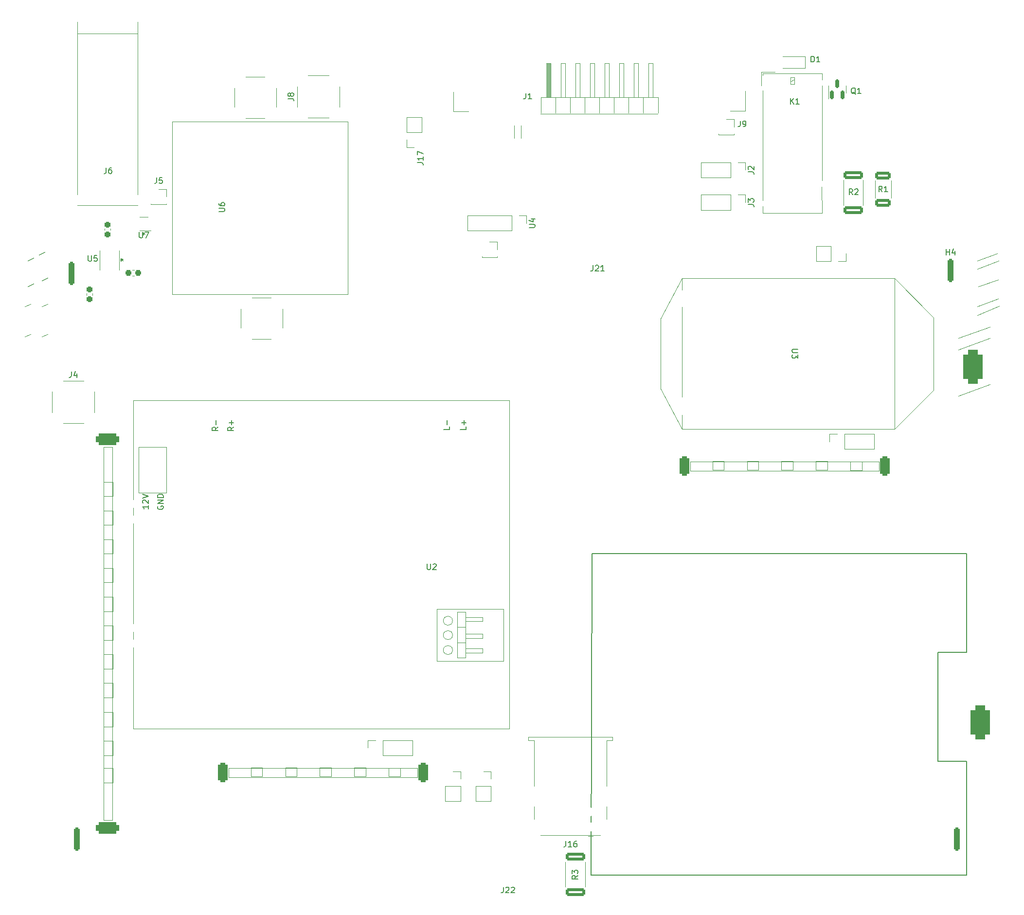
<source format=gto>
G04 #@! TF.GenerationSoftware,KiCad,Pcbnew,(6.0.1)*
G04 #@! TF.CreationDate,2022-06-09T14:04:08-07:00*
G04 #@! TF.ProjectId,Motherboard_edgeCutsVer,4d6f7468-6572-4626-9f61-72645f656467,rev?*
G04 #@! TF.SameCoordinates,Original*
G04 #@! TF.FileFunction,Legend,Top*
G04 #@! TF.FilePolarity,Positive*
%FSLAX46Y46*%
G04 Gerber Fmt 4.6, Leading zero omitted, Abs format (unit mm)*
G04 Created by KiCad (PCBNEW (6.0.1)) date 2022-06-09 14:04:08*
%MOMM*%
%LPD*%
G01*
G04 APERTURE LIST*
G04 Aperture macros list*
%AMRoundRect*
0 Rectangle with rounded corners*
0 $1 Rounding radius*
0 $2 $3 $4 $5 $6 $7 $8 $9 X,Y pos of 4 corners*
0 Add a 4 corners polygon primitive as box body*
4,1,4,$2,$3,$4,$5,$6,$7,$8,$9,$2,$3,0*
0 Add four circle primitives for the rounded corners*
1,1,$1+$1,$2,$3*
1,1,$1+$1,$4,$5*
1,1,$1+$1,$6,$7*
1,1,$1+$1,$8,$9*
0 Add four rect primitives between the rounded corners*
20,1,$1+$1,$2,$3,$4,$5,0*
20,1,$1+$1,$4,$5,$6,$7,0*
20,1,$1+$1,$6,$7,$8,$9,0*
20,1,$1+$1,$8,$9,$2,$3,0*%
G04 Aperture macros list end*
%ADD10C,0.150000*%
%ADD11C,0.120000*%
%ADD12C,0.100000*%
%ADD13R,1.700000X1.700000*%
%ADD14C,2.050000*%
%ADD15C,2.250000*%
%ADD16R,2.500000X2.500000*%
%ADD17O,2.500000X2.500000*%
%ADD18RoundRect,0.237500X-0.300000X-0.237500X0.300000X-0.237500X0.300000X0.237500X-0.300000X0.237500X0*%
%ADD19O,1.700000X1.700000*%
%ADD20C,5.000000*%
%ADD21RoundRect,0.500000X1.500000X-0.500000X1.500000X0.500000X-1.500000X0.500000X-1.500000X-0.500000X0*%
%ADD22C,1.524000*%
%ADD23C,3.300000*%
%ADD24C,2.500000*%
%ADD25RoundRect,0.850000X-0.850000X-2.150000X0.850000X-2.150000X0.850000X2.150000X-0.850000X2.150000X0*%
%ADD26O,7.000000X3.500000*%
%ADD27O,7.300000X3.500000*%
%ADD28C,4.500000*%
%ADD29RoundRect,0.415500X0.415500X-1.315500X0.415500X1.315500X-0.415500X1.315500X-0.415500X-1.315500X0*%
%ADD30RoundRect,0.850000X0.850000X2.150000X-0.850000X2.150000X-0.850000X-2.150000X0.850000X-2.150000X0*%
%ADD31C,3.100000*%
%ADD32C,3.000000*%
%ADD33RoundRect,0.250000X-0.250000X-1.750000X0.250000X-1.750000X0.250000X1.750000X-0.250000X1.750000X0*%
%ADD34C,20.000000*%
%ADD35R,1.524000X1.524000*%
%ADD36RoundRect,0.237500X-0.237500X0.300000X-0.237500X-0.300000X0.237500X-0.300000X0.237500X0.300000X0*%
%ADD37R,1.500000X1.500000*%
%ADD38C,1.500000*%
%ADD39C,3.500000*%
%ADD40RoundRect,0.249999X1.425001X-0.450001X1.425001X0.450001X-1.425001X0.450001X-1.425001X-0.450001X0*%
%ADD41C,7.000000*%
%ADD42R,1.100000X1.100000*%
%ADD43RoundRect,0.249999X1.075001X-0.450001X1.075001X0.450001X-1.075001X0.450001X-1.075001X-0.450001X0*%
%ADD44R,0.431800X1.346200*%
%ADD45R,2.413000X1.778000*%
%ADD46R,1.500000X0.400000*%
%ADD47R,2.000000X2.500000*%
%ADD48RoundRect,0.150000X0.150000X-0.587500X0.150000X0.587500X-0.150000X0.587500X-0.150000X-0.587500X0*%
G04 APERTURE END LIST*
D10*
X289800000Y-145500000D02*
X289800000Y-162700000D01*
X289800000Y-181700000D02*
X289800000Y-201500000D01*
X224600000Y-145500000D02*
X289800000Y-145500000D01*
X224500000Y-201500000D02*
X224600000Y-145500000D01*
X289800000Y-201500000D02*
X224500000Y-201500000D01*
X284800000Y-162700000D02*
X284800000Y-181700000D01*
X289800000Y-162700000D02*
X284800000Y-162700000D01*
X284800000Y-181700000D02*
X289800000Y-181700000D01*
X171702380Y-66333333D02*
X172416666Y-66333333D01*
X172559523Y-66380952D01*
X172654761Y-66476190D01*
X172702380Y-66619047D01*
X172702380Y-66714285D01*
X172130952Y-65714285D02*
X172083333Y-65809523D01*
X172035714Y-65857142D01*
X171940476Y-65904761D01*
X171892857Y-65904761D01*
X171797619Y-65857142D01*
X171750000Y-65809523D01*
X171702380Y-65714285D01*
X171702380Y-65523809D01*
X171750000Y-65428571D01*
X171797619Y-65380952D01*
X171892857Y-65333333D01*
X171940476Y-65333333D01*
X172035714Y-65380952D01*
X172083333Y-65428571D01*
X172130952Y-65523809D01*
X172130952Y-65714285D01*
X172178571Y-65809523D01*
X172226190Y-65857142D01*
X172321428Y-65904761D01*
X172511904Y-65904761D01*
X172607142Y-65857142D01*
X172654761Y-65809523D01*
X172702380Y-65714285D01*
X172702380Y-65523809D01*
X172654761Y-65428571D01*
X172607142Y-65380952D01*
X172511904Y-65333333D01*
X172321428Y-65333333D01*
X172226190Y-65380952D01*
X172178571Y-65428571D01*
X172130952Y-65523809D01*
X259161904Y-67252380D02*
X259161904Y-66252380D01*
X259733333Y-67252380D02*
X259304761Y-66680952D01*
X259733333Y-66252380D02*
X259161904Y-66823809D01*
X260685714Y-67252380D02*
X260114285Y-67252380D01*
X260400000Y-67252380D02*
X260400000Y-66252380D01*
X260304761Y-66395238D01*
X260209523Y-66490476D01*
X260114285Y-66538095D01*
X224785476Y-95344880D02*
X224785476Y-96059166D01*
X224737857Y-96202023D01*
X224642619Y-96297261D01*
X224499761Y-96344880D01*
X224404523Y-96344880D01*
X225214047Y-95440119D02*
X225261666Y-95392500D01*
X225356904Y-95344880D01*
X225595000Y-95344880D01*
X225690238Y-95392500D01*
X225737857Y-95440119D01*
X225785476Y-95535357D01*
X225785476Y-95630595D01*
X225737857Y-95773452D01*
X225166428Y-96344880D01*
X225785476Y-96344880D01*
X226737857Y-96344880D02*
X226166428Y-96344880D01*
X226452142Y-96344880D02*
X226452142Y-95344880D01*
X226356904Y-95487738D01*
X226261666Y-95582976D01*
X226166428Y-95630595D01*
X140066666Y-78352380D02*
X140066666Y-79066666D01*
X140019047Y-79209523D01*
X139923809Y-79304761D01*
X139780952Y-79352380D01*
X139685714Y-79352380D01*
X140971428Y-78352380D02*
X140780952Y-78352380D01*
X140685714Y-78400000D01*
X140638095Y-78447619D01*
X140542857Y-78590476D01*
X140495238Y-78780952D01*
X140495238Y-79161904D01*
X140542857Y-79257142D01*
X140590476Y-79304761D01*
X140685714Y-79352380D01*
X140876190Y-79352380D01*
X140971428Y-79304761D01*
X141019047Y-79257142D01*
X141066666Y-79161904D01*
X141066666Y-78923809D01*
X141019047Y-78828571D01*
X140971428Y-78780952D01*
X140876190Y-78733333D01*
X140685714Y-78733333D01*
X140590476Y-78780952D01*
X140542857Y-78828571D01*
X140495238Y-78923809D01*
X134032666Y-113828380D02*
X134032666Y-114542666D01*
X133985047Y-114685523D01*
X133889809Y-114780761D01*
X133746952Y-114828380D01*
X133651714Y-114828380D01*
X134937428Y-114161714D02*
X134937428Y-114828380D01*
X134699333Y-113780761D02*
X134461238Y-114495047D01*
X135080285Y-114495047D01*
X251782380Y-79083333D02*
X252496666Y-79083333D01*
X252639523Y-79130952D01*
X252734761Y-79226190D01*
X252782380Y-79369047D01*
X252782380Y-79464285D01*
X251877619Y-78654761D02*
X251830000Y-78607142D01*
X251782380Y-78511904D01*
X251782380Y-78273809D01*
X251830000Y-78178571D01*
X251877619Y-78130952D01*
X251972857Y-78083333D01*
X252068095Y-78083333D01*
X252210952Y-78130952D01*
X252782380Y-78702380D01*
X252782380Y-78083333D01*
X209190476Y-203552380D02*
X209190476Y-204266666D01*
X209142857Y-204409523D01*
X209047619Y-204504761D01*
X208904761Y-204552380D01*
X208809523Y-204552380D01*
X209619047Y-203647619D02*
X209666666Y-203600000D01*
X209761904Y-203552380D01*
X210000000Y-203552380D01*
X210095238Y-203600000D01*
X210142857Y-203647619D01*
X210190476Y-203742857D01*
X210190476Y-203838095D01*
X210142857Y-203980952D01*
X209571428Y-204552380D01*
X210190476Y-204552380D01*
X210571428Y-203647619D02*
X210619047Y-203600000D01*
X210714285Y-203552380D01*
X210952380Y-203552380D01*
X211047619Y-203600000D01*
X211095238Y-203647619D01*
X211142857Y-203742857D01*
X211142857Y-203838095D01*
X211095238Y-203980952D01*
X210523809Y-204552380D01*
X211142857Y-204552380D01*
X260447619Y-109938095D02*
X259638095Y-109938095D01*
X259542857Y-109985714D01*
X259495238Y-110033333D01*
X259447619Y-110128571D01*
X259447619Y-110319047D01*
X259495238Y-110414285D01*
X259542857Y-110461904D01*
X259638095Y-110509523D01*
X260447619Y-110509523D01*
X260447619Y-110890476D02*
X260447619Y-111509523D01*
X260066666Y-111176190D01*
X260066666Y-111319047D01*
X260019047Y-111414285D01*
X259971428Y-111461904D01*
X259876190Y-111509523D01*
X259638095Y-111509523D01*
X259542857Y-111461904D01*
X259495238Y-111414285D01*
X259447619Y-111319047D01*
X259447619Y-111033333D01*
X259495238Y-110938095D01*
X259542857Y-110890476D01*
X195943095Y-147302380D02*
X195943095Y-148111904D01*
X195990714Y-148207142D01*
X196038333Y-148254761D01*
X196133571Y-148302380D01*
X196324047Y-148302380D01*
X196419285Y-148254761D01*
X196466904Y-148207142D01*
X196514523Y-148111904D01*
X196514523Y-147302380D01*
X196943095Y-147397619D02*
X196990714Y-147350000D01*
X197085952Y-147302380D01*
X197324047Y-147302380D01*
X197419285Y-147350000D01*
X197466904Y-147397619D01*
X197514523Y-147492857D01*
X197514523Y-147588095D01*
X197466904Y-147730952D01*
X196895476Y-148302380D01*
X197514523Y-148302380D01*
X202707380Y-123414523D02*
X202707380Y-123890714D01*
X201707380Y-123890714D01*
X202326428Y-123081190D02*
X202326428Y-122319285D01*
X202707380Y-122700238D02*
X201945476Y-122700238D01*
X147407380Y-137124047D02*
X147407380Y-137695476D01*
X147407380Y-137409761D02*
X146407380Y-137409761D01*
X146550238Y-137505000D01*
X146645476Y-137600238D01*
X146693095Y-137695476D01*
X146502619Y-136743095D02*
X146455000Y-136695476D01*
X146407380Y-136600238D01*
X146407380Y-136362142D01*
X146455000Y-136266904D01*
X146502619Y-136219285D01*
X146597857Y-136171666D01*
X146693095Y-136171666D01*
X146835952Y-136219285D01*
X147407380Y-136790714D01*
X147407380Y-136171666D01*
X146407380Y-135885952D02*
X147407380Y-135552619D01*
X146407380Y-135219285D01*
X199807380Y-123414523D02*
X199807380Y-123890714D01*
X198807380Y-123890714D01*
X199426428Y-123081190D02*
X199426428Y-122319285D01*
X149055000Y-137266904D02*
X149007380Y-137362142D01*
X149007380Y-137505000D01*
X149055000Y-137647857D01*
X149150238Y-137743095D01*
X149245476Y-137790714D01*
X149435952Y-137838333D01*
X149578809Y-137838333D01*
X149769285Y-137790714D01*
X149864523Y-137743095D01*
X149959761Y-137647857D01*
X150007380Y-137505000D01*
X150007380Y-137409761D01*
X149959761Y-137266904D01*
X149912142Y-137219285D01*
X149578809Y-137219285D01*
X149578809Y-137409761D01*
X150007380Y-136790714D02*
X149007380Y-136790714D01*
X150007380Y-136219285D01*
X149007380Y-136219285D01*
X150007380Y-135743095D02*
X149007380Y-135743095D01*
X149007380Y-135505000D01*
X149055000Y-135362142D01*
X149150238Y-135266904D01*
X149245476Y-135219285D01*
X149435952Y-135171666D01*
X149578809Y-135171666D01*
X149769285Y-135219285D01*
X149864523Y-135266904D01*
X149959761Y-135362142D01*
X150007380Y-135505000D01*
X150007380Y-135743095D01*
X162247380Y-123514523D02*
X161771190Y-123847857D01*
X162247380Y-124085952D02*
X161247380Y-124085952D01*
X161247380Y-123705000D01*
X161295000Y-123609761D01*
X161342619Y-123562142D01*
X161437857Y-123514523D01*
X161580714Y-123514523D01*
X161675952Y-123562142D01*
X161723571Y-123609761D01*
X161771190Y-123705000D01*
X161771190Y-124085952D01*
X161866428Y-123085952D02*
X161866428Y-122324047D01*
X162247380Y-122705000D02*
X161485476Y-122705000D01*
X159547380Y-123514523D02*
X159071190Y-123847857D01*
X159547380Y-124085952D02*
X158547380Y-124085952D01*
X158547380Y-123705000D01*
X158595000Y-123609761D01*
X158642619Y-123562142D01*
X158737857Y-123514523D01*
X158880714Y-123514523D01*
X158975952Y-123562142D01*
X159023571Y-123609761D01*
X159071190Y-123705000D01*
X159071190Y-124085952D01*
X159166428Y-123085952D02*
X159166428Y-122324047D01*
X250416666Y-70202380D02*
X250416666Y-70916666D01*
X250369047Y-71059523D01*
X250273809Y-71154761D01*
X250130952Y-71202380D01*
X250035714Y-71202380D01*
X250940476Y-71202380D02*
X251130952Y-71202380D01*
X251226190Y-71154761D01*
X251273809Y-71107142D01*
X251369047Y-70964285D01*
X251416666Y-70773809D01*
X251416666Y-70392857D01*
X251369047Y-70297619D01*
X251321428Y-70250000D01*
X251226190Y-70202380D01*
X251035714Y-70202380D01*
X250940476Y-70250000D01*
X250892857Y-70297619D01*
X250845238Y-70392857D01*
X250845238Y-70630952D01*
X250892857Y-70726190D01*
X250940476Y-70773809D01*
X251035714Y-70821428D01*
X251226190Y-70821428D01*
X251321428Y-70773809D01*
X251369047Y-70726190D01*
X251416666Y-70630952D01*
X220070476Y-195552380D02*
X220070476Y-196266666D01*
X220022857Y-196409523D01*
X219927619Y-196504761D01*
X219784761Y-196552380D01*
X219689523Y-196552380D01*
X221070476Y-196552380D02*
X220499047Y-196552380D01*
X220784761Y-196552380D02*
X220784761Y-195552380D01*
X220689523Y-195695238D01*
X220594285Y-195790476D01*
X220499047Y-195838095D01*
X221927619Y-195552380D02*
X221737142Y-195552380D01*
X221641904Y-195600000D01*
X221594285Y-195647619D01*
X221499047Y-195790476D01*
X221451428Y-195980952D01*
X221451428Y-196361904D01*
X221499047Y-196457142D01*
X221546666Y-196504761D01*
X221641904Y-196552380D01*
X221832380Y-196552380D01*
X221927619Y-196504761D01*
X221975238Y-196457142D01*
X222022857Y-196361904D01*
X222022857Y-196123809D01*
X221975238Y-196028571D01*
X221927619Y-195980952D01*
X221832380Y-195933333D01*
X221641904Y-195933333D01*
X221546666Y-195980952D01*
X221499047Y-196028571D01*
X221451428Y-196123809D01*
X148866666Y-80082380D02*
X148866666Y-80796666D01*
X148819047Y-80939523D01*
X148723809Y-81034761D01*
X148580952Y-81082380D01*
X148485714Y-81082380D01*
X149819047Y-80082380D02*
X149342857Y-80082380D01*
X149295238Y-80558571D01*
X149342857Y-80510952D01*
X149438095Y-80463333D01*
X149676190Y-80463333D01*
X149771428Y-80510952D01*
X149819047Y-80558571D01*
X149866666Y-80653809D01*
X149866666Y-80891904D01*
X149819047Y-80987142D01*
X149771428Y-81034761D01*
X149676190Y-81082380D01*
X149438095Y-81082380D01*
X149342857Y-81034761D01*
X149295238Y-80987142D01*
X269983333Y-83052380D02*
X269650000Y-82576190D01*
X269411904Y-83052380D02*
X269411904Y-82052380D01*
X269792857Y-82052380D01*
X269888095Y-82100000D01*
X269935714Y-82147619D01*
X269983333Y-82242857D01*
X269983333Y-82385714D01*
X269935714Y-82480952D01*
X269888095Y-82528571D01*
X269792857Y-82576190D01*
X269411904Y-82576190D01*
X270364285Y-82147619D02*
X270411904Y-82100000D01*
X270507142Y-82052380D01*
X270745238Y-82052380D01*
X270840476Y-82100000D01*
X270888095Y-82147619D01*
X270935714Y-82242857D01*
X270935714Y-82338095D01*
X270888095Y-82480952D01*
X270316666Y-83052380D01*
X270935714Y-83052380D01*
X213096666Y-65379880D02*
X213096666Y-66094166D01*
X213049047Y-66237023D01*
X212953809Y-66332261D01*
X212810952Y-66379880D01*
X212715714Y-66379880D01*
X214096666Y-66379880D02*
X213525238Y-66379880D01*
X213810952Y-66379880D02*
X213810952Y-65379880D01*
X213715714Y-65522738D01*
X213620476Y-65617976D01*
X213525238Y-65665595D01*
X222162380Y-201556666D02*
X221686190Y-201890000D01*
X222162380Y-202128095D02*
X221162380Y-202128095D01*
X221162380Y-201747142D01*
X221210000Y-201651904D01*
X221257619Y-201604285D01*
X221352857Y-201556666D01*
X221495714Y-201556666D01*
X221590952Y-201604285D01*
X221638571Y-201651904D01*
X221686190Y-201747142D01*
X221686190Y-202128095D01*
X221162380Y-201223333D02*
X221162380Y-200604285D01*
X221543333Y-200937619D01*
X221543333Y-200794761D01*
X221590952Y-200699523D01*
X221638571Y-200651904D01*
X221733809Y-200604285D01*
X221971904Y-200604285D01*
X222067142Y-200651904D01*
X222114761Y-200699523D01*
X222162380Y-200794761D01*
X222162380Y-201080476D01*
X222114761Y-201175714D01*
X222067142Y-201223333D01*
X262761904Y-59952380D02*
X262761904Y-58952380D01*
X263000000Y-58952380D01*
X263142857Y-59000000D01*
X263238095Y-59095238D01*
X263285714Y-59190476D01*
X263333333Y-59380952D01*
X263333333Y-59523809D01*
X263285714Y-59714285D01*
X263238095Y-59809523D01*
X263142857Y-59904761D01*
X263000000Y-59952380D01*
X262761904Y-59952380D01*
X264285714Y-59952380D02*
X263714285Y-59952380D01*
X264000000Y-59952380D02*
X264000000Y-58952380D01*
X263904761Y-59095238D01*
X263809523Y-59190476D01*
X263714285Y-59238095D01*
X251782380Y-84733333D02*
X252496666Y-84733333D01*
X252639523Y-84780952D01*
X252734761Y-84876190D01*
X252782380Y-85019047D01*
X252782380Y-85114285D01*
X251782380Y-84352380D02*
X251782380Y-83733333D01*
X252163333Y-84066666D01*
X252163333Y-83923809D01*
X252210952Y-83828571D01*
X252258571Y-83780952D01*
X252353809Y-83733333D01*
X252591904Y-83733333D01*
X252687142Y-83780952D01*
X252734761Y-83828571D01*
X252782380Y-83923809D01*
X252782380Y-84209523D01*
X252734761Y-84304761D01*
X252687142Y-84352380D01*
X275133333Y-82552380D02*
X274800000Y-82076190D01*
X274561904Y-82552380D02*
X274561904Y-81552380D01*
X274942857Y-81552380D01*
X275038095Y-81600000D01*
X275085714Y-81647619D01*
X275133333Y-81742857D01*
X275133333Y-81885714D01*
X275085714Y-81980952D01*
X275038095Y-82028571D01*
X274942857Y-82076190D01*
X274561904Y-82076190D01*
X276085714Y-82552380D02*
X275514285Y-82552380D01*
X275800000Y-82552380D02*
X275800000Y-81552380D01*
X275704761Y-81695238D01*
X275609523Y-81790476D01*
X275514285Y-81838095D01*
X136944095Y-93631595D02*
X136944095Y-94441119D01*
X136991714Y-94536357D01*
X137039333Y-94583976D01*
X137134571Y-94631595D01*
X137325047Y-94631595D01*
X137420285Y-94583976D01*
X137467904Y-94536357D01*
X137515523Y-94441119D01*
X137515523Y-93631595D01*
X138467904Y-93631595D02*
X137991714Y-93631595D01*
X137944095Y-94107786D01*
X137991714Y-94060167D01*
X138086952Y-94012548D01*
X138325047Y-94012548D01*
X138420285Y-94060167D01*
X138467904Y-94107786D01*
X138515523Y-94203024D01*
X138515523Y-94441119D01*
X138467904Y-94536357D01*
X138420285Y-94583976D01*
X138325047Y-94631595D01*
X138086952Y-94631595D01*
X137991714Y-94583976D01*
X137944095Y-94536357D01*
X142552380Y-94400000D02*
X142790476Y-94400000D01*
X142695238Y-94638095D02*
X142790476Y-94400000D01*
X142695238Y-94161904D01*
X142980952Y-94542857D02*
X142790476Y-94400000D01*
X142980952Y-94257142D01*
X286288095Y-93502380D02*
X286288095Y-92502380D01*
X286288095Y-92978571D02*
X286859523Y-92978571D01*
X286859523Y-93502380D02*
X286859523Y-92502380D01*
X287764285Y-92835714D02*
X287764285Y-93502380D01*
X287526190Y-92454761D02*
X287288095Y-93169047D01*
X287907142Y-93169047D01*
X213682380Y-88761904D02*
X214491904Y-88761904D01*
X214587142Y-88714285D01*
X214634761Y-88666666D01*
X214682380Y-88571428D01*
X214682380Y-88380952D01*
X214634761Y-88285714D01*
X214587142Y-88238095D01*
X214491904Y-88190476D01*
X213682380Y-88190476D01*
X214015714Y-87285714D02*
X214682380Y-87285714D01*
X213634761Y-87523809D02*
X214349047Y-87761904D01*
X214349047Y-87142857D01*
X145838095Y-89552380D02*
X145838095Y-90361904D01*
X145885714Y-90457142D01*
X145933333Y-90504761D01*
X146028571Y-90552380D01*
X146219047Y-90552380D01*
X146314285Y-90504761D01*
X146361904Y-90457142D01*
X146409523Y-90361904D01*
X146409523Y-89552380D01*
X146790476Y-89552380D02*
X147457142Y-89552380D01*
X147028571Y-90552380D01*
X146600000Y-90047619D02*
X146600000Y-89809523D01*
X146838095Y-89904761D02*
X146600000Y-89809523D01*
X146361904Y-89904761D01*
X146742857Y-89619047D02*
X146600000Y-89809523D01*
X146457142Y-89619047D01*
X194227380Y-77459523D02*
X194941666Y-77459523D01*
X195084523Y-77507142D01*
X195179761Y-77602380D01*
X195227380Y-77745238D01*
X195227380Y-77840476D01*
X195227380Y-76459523D02*
X195227380Y-77030952D01*
X195227380Y-76745238D02*
X194227380Y-76745238D01*
X194370238Y-76840476D01*
X194465476Y-76935714D01*
X194513095Y-77030952D01*
X194227380Y-76126190D02*
X194227380Y-75459523D01*
X195227380Y-75888095D01*
X159684380Y-85990904D02*
X160493904Y-85990904D01*
X160589142Y-85943285D01*
X160636761Y-85895666D01*
X160684380Y-85800428D01*
X160684380Y-85609952D01*
X160636761Y-85514714D01*
X160589142Y-85467095D01*
X160493904Y-85419476D01*
X159684380Y-85419476D01*
X159684380Y-84514714D02*
X159684380Y-84705190D01*
X159732000Y-84800428D01*
X159779619Y-84848047D01*
X159922476Y-84943285D01*
X160112952Y-84990904D01*
X160493904Y-84990904D01*
X160589142Y-84943285D01*
X160636761Y-84895666D01*
X160684380Y-84800428D01*
X160684380Y-84609952D01*
X160636761Y-84514714D01*
X160589142Y-84467095D01*
X160493904Y-84419476D01*
X160255809Y-84419476D01*
X160160571Y-84467095D01*
X160112952Y-84514714D01*
X160065333Y-84609952D01*
X160065333Y-84800428D01*
X160112952Y-84895666D01*
X160160571Y-84943285D01*
X160255809Y-84990904D01*
X270504761Y-65547619D02*
X270409523Y-65500000D01*
X270314285Y-65404761D01*
X270171428Y-65261904D01*
X270076190Y-65214285D01*
X269980952Y-65214285D01*
X270028571Y-65452380D02*
X269933333Y-65404761D01*
X269838095Y-65309523D01*
X269790476Y-65119047D01*
X269790476Y-64785714D01*
X269838095Y-64595238D01*
X269933333Y-64500000D01*
X270028571Y-64452380D01*
X270219047Y-64452380D01*
X270314285Y-64500000D01*
X270409523Y-64595238D01*
X270457142Y-64785714D01*
X270457142Y-65119047D01*
X270409523Y-65309523D01*
X270314285Y-65404761D01*
X270219047Y-65452380D01*
X270028571Y-65452380D01*
X271409523Y-65452380D02*
X270838095Y-65452380D01*
X271123809Y-65452380D02*
X271123809Y-64452380D01*
X271028571Y-64595238D01*
X270933333Y-64690476D01*
X270838095Y-64738095D01*
D11*
X208130000Y-93810000D02*
X208130000Y-93930000D01*
X206800000Y-91270000D02*
X208130000Y-91270000D01*
X205470000Y-93930000D02*
X208130000Y-93930000D01*
X208130000Y-91270000D02*
X208130000Y-92600000D01*
X205470000Y-93810000D02*
X205470000Y-93930000D01*
X175200000Y-69680000D02*
X178800000Y-69680000D01*
X175200000Y-62320000D02*
X178800000Y-62320000D01*
X173320000Y-67800000D02*
X173320000Y-64200000D01*
X180680000Y-67800000D02*
X180680000Y-64200000D01*
X254342500Y-64902500D02*
X254342500Y-84082500D01*
X254092500Y-61692500D02*
X256492500Y-61692500D01*
X264642500Y-61942500D02*
X264642500Y-63082500D01*
X264642500Y-86242500D02*
X254342500Y-86242500D01*
X254342500Y-86242500D02*
X254342500Y-85102500D01*
X259892500Y-63792500D02*
X259892500Y-62592500D01*
X264632500Y-81642500D02*
X264642500Y-86242500D01*
X259192500Y-63792500D02*
X259892500Y-63792500D01*
X254092500Y-64032500D02*
X254092500Y-61692500D01*
X264642500Y-61942500D02*
X254342500Y-61942500D01*
X254342500Y-61942500D02*
X254342500Y-62282500D01*
X259192500Y-63392500D02*
X259892500Y-62992500D01*
X264642500Y-64102500D02*
X264642500Y-80582500D01*
X259892500Y-62592500D02*
X259192500Y-62592500D01*
X259192500Y-62592500D02*
X259192500Y-63792500D01*
X144653733Y-97173454D02*
X144946267Y-97173454D01*
X144653733Y-96153454D02*
X144946267Y-96153454D01*
X268830000Y-94630000D02*
X267500000Y-94630000D01*
X263630000Y-91970000D02*
X263630000Y-94630000D01*
X266230000Y-91970000D02*
X266230000Y-94630000D01*
X266230000Y-91970000D02*
X263630000Y-91970000D01*
X266230000Y-94630000D02*
X263630000Y-94630000D01*
X268830000Y-93300000D02*
X268830000Y-94630000D01*
X139600000Y-150550000D02*
X141200000Y-150550000D01*
X141200000Y-150550000D02*
X141200000Y-148050000D01*
X141200000Y-148050000D02*
X139600000Y-148050000D01*
X139600000Y-148050000D02*
X139600000Y-150550000D01*
X139600000Y-155550000D02*
X141200000Y-155550000D01*
X141200000Y-155550000D02*
X141200000Y-153050000D01*
X141200000Y-153050000D02*
X139600000Y-153050000D01*
X139600000Y-153050000D02*
X139600000Y-155550000D01*
X139600000Y-135550000D02*
X141200000Y-135550000D01*
X141200000Y-135550000D02*
X141200000Y-133050000D01*
X141200000Y-133050000D02*
X139600000Y-133050000D01*
X139600000Y-133050000D02*
X139600000Y-135550000D01*
X139600000Y-145550000D02*
X141200000Y-145550000D01*
X141200000Y-145550000D02*
X141200000Y-143050000D01*
X141200000Y-143050000D02*
X139600000Y-143050000D01*
X139600000Y-143050000D02*
X139600000Y-145550000D01*
X139600000Y-170550000D02*
X141200000Y-170550000D01*
X141200000Y-170550000D02*
X141200000Y-168050000D01*
X141200000Y-168050000D02*
X139600000Y-168050000D01*
X139600000Y-168050000D02*
X139600000Y-170550000D01*
X139600000Y-175650000D02*
X141200000Y-175650000D01*
X141200000Y-175650000D02*
X141200000Y-173150000D01*
X141200000Y-173150000D02*
X139600000Y-173150000D01*
X139600000Y-173150000D02*
X139600000Y-175650000D01*
X139600000Y-140550000D02*
X141200000Y-140550000D01*
X141200000Y-140550000D02*
X141200000Y-138050000D01*
X141200000Y-138050000D02*
X139600000Y-138050000D01*
X139600000Y-138050000D02*
X139600000Y-140550000D01*
X141150000Y-191950000D02*
X139650000Y-191950000D01*
X139650000Y-191950000D02*
X139650000Y-126950000D01*
X139650000Y-126950000D02*
X141150000Y-126950000D01*
X141150000Y-126950000D02*
X141150000Y-191950000D01*
X139600000Y-160550000D02*
X141200000Y-160550000D01*
X141200000Y-160550000D02*
X141200000Y-158050000D01*
X141200000Y-158050000D02*
X139600000Y-158050000D01*
X139600000Y-158050000D02*
X139600000Y-160550000D01*
X139600000Y-185350000D02*
X141200000Y-185350000D01*
X141200000Y-185350000D02*
X141200000Y-182850000D01*
X141200000Y-182850000D02*
X139600000Y-182850000D01*
X139600000Y-182850000D02*
X139600000Y-185350000D01*
X139600000Y-180650000D02*
X141200000Y-180650000D01*
X141200000Y-180650000D02*
X141200000Y-178150000D01*
X141200000Y-178150000D02*
X139600000Y-178150000D01*
X139600000Y-178150000D02*
X139600000Y-180650000D01*
X139600000Y-165550000D02*
X141200000Y-165550000D01*
X141200000Y-165550000D02*
X141200000Y-163050000D01*
X141200000Y-163050000D02*
X139600000Y-163050000D01*
X139600000Y-163050000D02*
X139600000Y-165550000D01*
X288395000Y-108042500D02*
X293895000Y-106042500D01*
X129895000Y-102042500D02*
X128895000Y-102542500D01*
X127395000Y-94042500D02*
X126395000Y-94542500D01*
X129895000Y-107292500D02*
X128895000Y-107792500D01*
X291695000Y-95942500D02*
X295395000Y-94542500D01*
X291895000Y-99042500D02*
X295295000Y-97842500D01*
X291645000Y-104042500D02*
X295495000Y-102442500D01*
X129895000Y-97542500D02*
X128895000Y-98042500D01*
X291645000Y-102542500D02*
X295295000Y-101142500D01*
X127395000Y-98542500D02*
X126395000Y-99042500D01*
X291645000Y-94542500D02*
X295195000Y-93242500D01*
X288395000Y-118042500D02*
X293895000Y-116042500D01*
X126895000Y-107292500D02*
X125895000Y-107792500D01*
X129395000Y-93042500D02*
X128395000Y-93542500D01*
X126895000Y-102042500D02*
X125895000Y-102542500D01*
X288395000Y-110042500D02*
X293895000Y-108042500D01*
X135067500Y-83000000D02*
X135067500Y-53000000D01*
X145567500Y-53000000D02*
X145567500Y-83000000D01*
X145567500Y-84887500D02*
X135067500Y-84912500D01*
X145567500Y-55000000D02*
X135067500Y-55000000D01*
X138046000Y-117326000D02*
X138046000Y-120926000D01*
X130686000Y-117326000D02*
X130686000Y-120926000D01*
X132566000Y-115446000D02*
X136166000Y-115446000D01*
X132566000Y-122806000D02*
X136166000Y-122806000D01*
X268590000Y-127330000D02*
X273730000Y-127330000D01*
X265990000Y-126000000D02*
X265990000Y-124670000D01*
X273730000Y-127330000D02*
X273730000Y-124670000D01*
X268590000Y-124670000D02*
X273730000Y-124670000D01*
X268590000Y-127330000D02*
X268590000Y-124670000D01*
X265990000Y-124670000D02*
X267320000Y-124670000D01*
X247600000Y-129450000D02*
X245600000Y-129450000D01*
X245600000Y-129450000D02*
X245600000Y-130950000D01*
X245600000Y-130950000D02*
X247600000Y-130950000D01*
X247600000Y-130950000D02*
X247600000Y-129450000D01*
X271600000Y-129500000D02*
X269600000Y-129500000D01*
X269600000Y-129500000D02*
X269600000Y-131000000D01*
X269600000Y-131000000D02*
X271600000Y-131000000D01*
X271600000Y-131000000D02*
X271600000Y-129500000D01*
X253600000Y-129450000D02*
X251600000Y-129450000D01*
X251600000Y-129450000D02*
X251600000Y-130950000D01*
X251600000Y-130950000D02*
X253600000Y-130950000D01*
X253600000Y-130950000D02*
X253600000Y-129450000D01*
X265600000Y-129450000D02*
X263600000Y-129450000D01*
X263600000Y-129450000D02*
X263600000Y-130950000D01*
X263600000Y-130950000D02*
X265600000Y-130950000D01*
X265600000Y-130950000D02*
X265600000Y-129450000D01*
X274600000Y-131100000D02*
X241700000Y-131100000D01*
X241700000Y-131100000D02*
X241700000Y-129500000D01*
X241700000Y-129500000D02*
X274600000Y-129500000D01*
X274600000Y-129500000D02*
X274600000Y-131100000D01*
X259600000Y-129450000D02*
X257600000Y-129450000D01*
X257600000Y-129450000D02*
X257600000Y-130950000D01*
X257600000Y-130950000D02*
X259600000Y-130950000D01*
X259600000Y-130950000D02*
X259600000Y-129450000D01*
X204395000Y-186020000D02*
X204395000Y-188620000D01*
X204395000Y-188620000D02*
X207055000Y-188620000D01*
X207055000Y-183420000D02*
X207055000Y-184750000D01*
X204395000Y-186020000D02*
X207055000Y-186020000D01*
X205725000Y-183420000D02*
X207055000Y-183420000D01*
X207055000Y-186020000D02*
X207055000Y-188620000D01*
X248730000Y-77420000D02*
X248730000Y-80080000D01*
X250000000Y-77420000D02*
X251330000Y-77420000D01*
X243590000Y-77420000D02*
X243590000Y-80080000D01*
X248730000Y-77420000D02*
X243590000Y-77420000D01*
X248730000Y-80080000D02*
X243590000Y-80080000D01*
X251330000Y-77420000D02*
X251330000Y-78750000D01*
X240300000Y-123825000D02*
X236600000Y-116825000D01*
X277300000Y-97625000D02*
X284100000Y-104425000D01*
X236600000Y-104625000D02*
X236600000Y-116825000D01*
X240300000Y-97625000D02*
X236600000Y-104625000D01*
X277300000Y-123825000D02*
X284100000Y-117025000D01*
X284100000Y-104425000D02*
X284100000Y-117025000D01*
X277300000Y-97625000D02*
X240300000Y-97625000D01*
X240300000Y-97625000D02*
X240300000Y-123825000D01*
X240300000Y-123825000D02*
X277300000Y-123825000D01*
X277300000Y-123825000D02*
X277300000Y-97625000D01*
X202655000Y-162055000D02*
X205555000Y-162055000D01*
X202655000Y-157305000D02*
X205555000Y-157305000D01*
D12*
X201155000Y-155705000D02*
X202655000Y-155705000D01*
X202655000Y-163605000D02*
X201155000Y-163605000D01*
D11*
X202655000Y-159505000D02*
X205555000Y-159505000D01*
X205555000Y-160205000D02*
X205555000Y-159505000D01*
X205555000Y-162755000D02*
X205555000Y-162055000D01*
D12*
X201155000Y-163605000D02*
X201155000Y-155705000D01*
D11*
X202655000Y-156605000D02*
X205555000Y-156605000D01*
X202655000Y-160205000D02*
X205555000Y-160205000D01*
D12*
X202655000Y-155705000D02*
X202655000Y-163605000D01*
D11*
X201155000Y-158305000D02*
X202655000Y-158305000D01*
X205555000Y-157305000D02*
X205555000Y-156605000D01*
X202655000Y-162755000D02*
X205555000Y-162755000D01*
X201155000Y-161005000D02*
X202655000Y-161005000D01*
X144755000Y-176005000D02*
X210255000Y-176005000D01*
X210255000Y-176005000D02*
X210255000Y-118805000D01*
X210255000Y-118805000D02*
X144755000Y-118805000D01*
X144755000Y-118805000D02*
X144755000Y-176005000D01*
X145755000Y-134905000D02*
X150555000Y-134905000D01*
X150555000Y-134905000D02*
X150555000Y-127005000D01*
X150555000Y-127005000D02*
X145755000Y-127005000D01*
X145755000Y-127005000D02*
X145755000Y-134905000D01*
X209255000Y-164205000D02*
X197655000Y-164205000D01*
X197655000Y-164205000D02*
X197655000Y-155205000D01*
X197655000Y-155205000D02*
X209255000Y-155205000D01*
X209255000Y-155205000D02*
X209255000Y-164205000D01*
X200355000Y-162305000D02*
G75*
G03*
X200355000Y-162305000I-800000J0D01*
G01*
X200355000Y-157205000D02*
G75*
G03*
X200355000Y-157205000I-800000J0D01*
G01*
X200355000Y-159705000D02*
G75*
G03*
X200355000Y-159705000I-800000J0D01*
G01*
X249330000Y-72460000D02*
X249330000Y-72580000D01*
X249330000Y-69920000D02*
X249330000Y-71250000D01*
X248000000Y-69920000D02*
X249330000Y-69920000D01*
X246670000Y-72580000D02*
X249330000Y-72580000D01*
X246670000Y-72460000D02*
X246670000Y-72580000D01*
X139790000Y-88953733D02*
X139790000Y-89246267D01*
X140810000Y-88953733D02*
X140810000Y-89246267D01*
X227190000Y-189520000D02*
X227190000Y-191700000D01*
X228190000Y-178050000D02*
X227190000Y-178050000D01*
X214570000Y-189520000D02*
X214570000Y-191700000D01*
X213570000Y-177430000D02*
X228190000Y-177430000D01*
X214570000Y-178050000D02*
X213570000Y-178050000D01*
X223980000Y-194700000D02*
X224780000Y-194700000D01*
X228190000Y-177430000D02*
X228190000Y-178050000D01*
X213570000Y-178050000D02*
X213570000Y-177430000D01*
X227190000Y-178050000D02*
X227190000Y-186020000D01*
X226070000Y-194550000D02*
X215690000Y-194550000D01*
X214570000Y-186020000D02*
X214570000Y-178050000D01*
X150530000Y-84610000D02*
X150530000Y-84730000D01*
X149200000Y-82070000D02*
X150530000Y-82070000D01*
X147870000Y-84610000D02*
X147870000Y-84730000D01*
X147870000Y-84730000D02*
X150530000Y-84730000D01*
X150530000Y-82070000D02*
X150530000Y-83400000D01*
X271810000Y-84877064D02*
X271810000Y-80522936D01*
X268390000Y-84877064D02*
X268390000Y-80522936D01*
X224270000Y-66127500D02*
X224270000Y-60127500D01*
X225920000Y-68787500D02*
X225920000Y-66127500D01*
X219190000Y-66127500D02*
X219190000Y-60127500D01*
X217410000Y-60127500D02*
X217410000Y-66127500D01*
X231000000Y-68787500D02*
X231000000Y-66127500D01*
X233540000Y-68787500D02*
X233540000Y-66127500D01*
X234430000Y-60127500D02*
X235190000Y-60127500D01*
X236140000Y-68787500D02*
X236140000Y-66127500D01*
X200500000Y-68587500D02*
X203100000Y-68587500D01*
X216950000Y-66127500D02*
X216950000Y-60127500D01*
X226810000Y-60127500D02*
X227570000Y-60127500D01*
X229350000Y-60127500D02*
X230110000Y-60127500D01*
X200500000Y-65187500D02*
X200500000Y-68587500D01*
X217190000Y-66127500D02*
X217190000Y-60127500D01*
X217070000Y-66127500D02*
X217070000Y-60127500D01*
X215615000Y-68937500D02*
X236055000Y-68937500D01*
X229350000Y-66127500D02*
X229350000Y-60127500D01*
X219950000Y-60127500D02*
X219950000Y-66127500D01*
X231890000Y-66127500D02*
X231890000Y-60127500D01*
X220840000Y-68787500D02*
X220840000Y-66127500D01*
X224270000Y-60127500D02*
X225030000Y-60127500D01*
X251300000Y-68487500D02*
X248700000Y-68487500D01*
X236140000Y-66127500D02*
X215700000Y-66127500D01*
X215700000Y-66127500D02*
X215700000Y-68787500D01*
X228460000Y-68787500D02*
X228460000Y-66127500D01*
X231890000Y-60127500D02*
X232650000Y-60127500D01*
X219190000Y-60127500D02*
X219950000Y-60127500D01*
X216650000Y-66127500D02*
X216650000Y-60127500D01*
X216830000Y-66127500D02*
X216830000Y-60127500D01*
X221730000Y-66127500D02*
X221730000Y-60127500D01*
X211100000Y-73187500D02*
X211100000Y-71037500D01*
X227570000Y-60127500D02*
X227570000Y-66127500D01*
X222490000Y-60127500D02*
X222490000Y-66127500D01*
X235190000Y-60127500D02*
X235190000Y-66127500D01*
X223380000Y-68787500D02*
X223380000Y-66127500D01*
X212300000Y-73187500D02*
X212300000Y-70987500D01*
X217310000Y-66127500D02*
X217310000Y-60127500D01*
X226810000Y-66127500D02*
X226810000Y-60127500D01*
X216710000Y-66127500D02*
X216710000Y-60127500D01*
X221730000Y-60127500D02*
X222490000Y-60127500D01*
X216650000Y-60127500D02*
X217410000Y-60127500D01*
X225030000Y-60127500D02*
X225030000Y-66127500D01*
X251300000Y-64987500D02*
X251300000Y-68487500D01*
X232650000Y-60127500D02*
X232650000Y-66127500D01*
X234430000Y-66127500D02*
X234430000Y-60127500D01*
X230110000Y-60127500D02*
X230110000Y-66127500D01*
X218300000Y-68787500D02*
X218300000Y-66127500D01*
X200425000Y-183420000D02*
X201755000Y-183420000D01*
X201755000Y-183420000D02*
X201755000Y-184750000D01*
X199095000Y-188620000D02*
X201755000Y-188620000D01*
X199095000Y-186020000D02*
X199095000Y-188620000D01*
X201755000Y-186020000D02*
X201755000Y-188620000D01*
X199095000Y-186020000D02*
X201755000Y-186020000D01*
X136690000Y-100253733D02*
X136690000Y-100546267D01*
X137710000Y-100253733D02*
X137710000Y-100546267D01*
X220000000Y-203527064D02*
X220000000Y-199172936D01*
X223420000Y-203527064D02*
X223420000Y-199172936D01*
X261700000Y-61000000D02*
X257850000Y-61000000D01*
X261700000Y-61000000D02*
X261700000Y-59000000D01*
X261700000Y-59000000D02*
X257850000Y-59000000D01*
X185640000Y-177990000D02*
X186970000Y-177990000D01*
X188240000Y-177990000D02*
X193380000Y-177990000D01*
X188240000Y-180650000D02*
X188240000Y-177990000D01*
X193380000Y-180650000D02*
X193380000Y-177990000D01*
X185640000Y-179320000D02*
X185640000Y-177990000D01*
X188240000Y-180650000D02*
X193380000Y-180650000D01*
X179250000Y-182770000D02*
X177250000Y-182770000D01*
X177250000Y-182770000D02*
X177250000Y-184270000D01*
X177250000Y-184270000D02*
X179250000Y-184270000D01*
X179250000Y-184270000D02*
X179250000Y-182770000D01*
X185250000Y-182770000D02*
X183250000Y-182770000D01*
X183250000Y-182770000D02*
X183250000Y-184270000D01*
X183250000Y-184270000D02*
X185250000Y-184270000D01*
X185250000Y-184270000D02*
X185250000Y-182770000D01*
X191250000Y-182820000D02*
X189250000Y-182820000D01*
X189250000Y-182820000D02*
X189250000Y-184320000D01*
X189250000Y-184320000D02*
X191250000Y-184320000D01*
X191250000Y-184320000D02*
X191250000Y-182820000D01*
X167250000Y-182770000D02*
X165250000Y-182770000D01*
X165250000Y-182770000D02*
X165250000Y-184270000D01*
X165250000Y-184270000D02*
X167250000Y-184270000D01*
X167250000Y-184270000D02*
X167250000Y-182770000D01*
X173250000Y-182770000D02*
X171250000Y-182770000D01*
X171250000Y-182770000D02*
X171250000Y-184270000D01*
X171250000Y-184270000D02*
X173250000Y-184270000D01*
X173250000Y-184270000D02*
X173250000Y-182770000D01*
X194250000Y-184420000D02*
X161350000Y-184420000D01*
X161350000Y-184420000D02*
X161350000Y-182820000D01*
X161350000Y-182820000D02*
X194250000Y-182820000D01*
X194250000Y-182820000D02*
X194250000Y-184420000D01*
X251330000Y-83070000D02*
X251330000Y-84400000D01*
X248730000Y-83070000D02*
X243590000Y-83070000D01*
X248730000Y-85730000D02*
X243590000Y-85730000D01*
X248730000Y-83070000D02*
X248730000Y-85730000D01*
X250000000Y-83070000D02*
X251330000Y-83070000D01*
X243590000Y-83070000D02*
X243590000Y-85730000D01*
X276660000Y-83627064D02*
X276660000Y-80572936D01*
X273940000Y-83627064D02*
X273940000Y-80572936D01*
X142323900Y-96112950D02*
X142323900Y-92760150D01*
X138971100Y-92760150D02*
X138971100Y-96112950D01*
X210630000Y-86670000D02*
X210630000Y-89330000D01*
X210630000Y-86670000D02*
X202950000Y-86670000D01*
X210630000Y-89330000D02*
X202950000Y-89330000D01*
X211900000Y-86670000D02*
X213230000Y-86670000D01*
X213230000Y-86670000D02*
X213230000Y-88000000D01*
X202950000Y-86670000D02*
X202950000Y-89330000D01*
X147300000Y-86940000D02*
X145900000Y-86940000D01*
X145900000Y-89260000D02*
X147800000Y-89260000D01*
X192345000Y-74780000D02*
X192345000Y-73450000D01*
X195005000Y-69580000D02*
X192345000Y-69580000D01*
X195005000Y-72180000D02*
X195005000Y-69580000D01*
X192345000Y-72180000D02*
X192345000Y-69580000D01*
X195005000Y-72180000D02*
X192345000Y-72180000D01*
X193675000Y-74780000D02*
X192345000Y-74780000D01*
X163522000Y-102899000D02*
X163522000Y-106219000D01*
X164372000Y-62519000D02*
X167692000Y-62519000D01*
X165472000Y-108169000D02*
X168792000Y-108169000D01*
X169642000Y-64469000D02*
X169642000Y-67789000D01*
X170742000Y-102899000D02*
X170742000Y-106219000D01*
X165472000Y-100949000D02*
X168792000Y-100949000D01*
X162422000Y-64469000D02*
X162422000Y-67789000D01*
X164372000Y-69739000D02*
X167692000Y-69739000D01*
X151532000Y-100359000D02*
X182132000Y-100359000D01*
X182132000Y-100359000D02*
X182132000Y-70359000D01*
X182132000Y-70359000D02*
X151532000Y-70359000D01*
X151532000Y-70359000D02*
X151532000Y-100359000D01*
X268860000Y-64700000D02*
X268860000Y-65350000D01*
X268860000Y-64700000D02*
X268860000Y-64050000D01*
X265740000Y-64700000D02*
X265740000Y-64050000D01*
X265740000Y-64700000D02*
X265740000Y-66375000D01*
%LPC*%
D13*
X206800000Y-92600000D03*
D14*
X177000000Y-66000000D03*
D15*
X174460000Y-63460000D03*
X179540000Y-63460000D03*
X179540000Y-68540000D03*
X174460000Y-68540000D03*
D16*
X255742500Y-63592500D03*
D17*
X255742500Y-84592500D03*
X263242500Y-81092500D03*
X263242500Y-63592500D03*
D18*
X143937500Y-96663454D03*
X145662500Y-96663454D03*
D13*
X267500000Y-93300000D03*
D19*
X264960000Y-93300000D03*
D20*
X282800000Y-196600000D03*
D21*
X140300000Y-125650000D03*
X140300000Y-193250000D03*
D22*
X144650000Y-161150000D03*
X144650000Y-158450000D03*
X144700000Y-183650000D03*
X144700000Y-180950000D03*
X144650000Y-136850000D03*
X144650000Y-139550000D03*
D23*
X127895000Y-104442500D03*
D24*
X127895000Y-100542500D03*
X127895000Y-96942500D03*
X238495000Y-95042500D03*
X241795000Y-95056448D03*
X293395000Y-97042500D03*
X293395000Y-100242500D03*
D25*
X290895000Y-113042500D03*
D26*
X140567500Y-82800000D03*
D27*
X140367500Y-53000000D03*
D28*
X140667500Y-74000000D03*
D14*
X134366000Y-119126000D03*
D15*
X131826000Y-116586000D03*
X136906000Y-116586000D03*
X131826000Y-121666000D03*
X136906000Y-121666000D03*
D13*
X267320000Y-126000000D03*
D19*
X269860000Y-126000000D03*
X272400000Y-126000000D03*
D29*
X240700000Y-130300000D03*
X275600000Y-130300000D03*
D13*
X205725000Y-184750000D03*
D19*
X205725000Y-187290000D03*
D13*
X250000000Y-78750000D03*
D19*
X247460000Y-78750000D03*
X244920000Y-78750000D03*
D30*
X292200000Y-174850000D03*
D31*
X294700000Y-190150000D03*
X294700000Y-193650000D03*
X294700000Y-197550000D03*
D24*
X214204026Y-200350000D03*
X210900000Y-200350000D03*
D23*
X206600000Y-200350000D03*
X129000000Y-192650000D03*
D24*
X129000000Y-188350000D03*
X129100000Y-185250000D03*
D32*
X240400000Y-119825000D03*
X240700000Y-101125000D03*
X280500000Y-111325000D03*
D22*
X248600000Y-113625000D03*
X246100000Y-113625000D03*
X260050000Y-121775000D03*
X243500000Y-113625000D03*
X257550000Y-121775000D03*
D33*
X288100000Y-195200000D03*
D32*
X206755000Y-124305000D03*
X148755000Y-122305000D03*
X149055000Y-171305000D03*
D34*
X175255000Y-147205000D03*
D32*
X204455000Y-170605000D03*
D22*
X146855000Y-133505000D03*
X146855000Y-130905000D03*
X146855000Y-128405000D03*
X149455000Y-130905000D03*
D35*
X149455000Y-133505000D03*
D22*
X149455000Y-128405000D03*
X160055000Y-120805000D03*
D35*
X157355000Y-120805000D03*
D22*
X202315000Y-120805000D03*
D35*
X199755000Y-120805000D03*
D13*
X248000000Y-71250000D03*
D36*
X140300000Y-88237500D03*
X140300000Y-89962500D03*
D37*
X224380000Y-193100000D03*
D38*
X221880000Y-193100000D03*
X219880000Y-193100000D03*
X217380000Y-193100000D03*
X224380000Y-190480000D03*
X221880000Y-190480000D03*
X219880000Y-190480000D03*
X217380000Y-190480000D03*
D32*
X214310000Y-187770000D03*
X214310000Y-193450000D03*
X227450000Y-193450000D03*
X227450000Y-187770000D03*
D13*
X149200000Y-83400000D03*
D39*
X286800000Y-148500000D03*
D40*
X270100000Y-85750000D03*
X270100000Y-79650000D03*
D13*
X211700000Y-74167500D03*
D19*
X215250000Y-74237500D03*
X218700000Y-74337500D03*
X233200000Y-74137500D03*
X236700000Y-74137500D03*
X240200000Y-74187500D03*
X211700000Y-70287500D03*
X215150000Y-70287500D03*
X218750000Y-70287500D03*
X224200000Y-70337500D03*
X227700000Y-70387500D03*
X233200000Y-70237500D03*
X236700000Y-70237500D03*
X240200000Y-70237500D03*
D41*
X247450000Y-64637500D03*
X204400000Y-64687500D03*
D33*
X134950000Y-195200000D03*
D13*
X200425000Y-184750000D03*
D19*
X200425000Y-187290000D03*
D36*
X137200000Y-99537500D03*
X137200000Y-101262500D03*
D40*
X221710000Y-204400000D03*
X221710000Y-198300000D03*
D42*
X260900000Y-60000000D03*
X258100000Y-60000000D03*
D13*
X186970000Y-179320000D03*
D19*
X189510000Y-179320000D03*
X192050000Y-179320000D03*
D29*
X195250000Y-183620000D03*
X160350000Y-183620000D03*
D13*
X250000000Y-84400000D03*
D19*
X247460000Y-84400000D03*
X244920000Y-84400000D03*
D43*
X275300000Y-84500000D03*
X275300000Y-79700000D03*
D44*
X141622860Y-92214050D03*
X140972620Y-92214050D03*
X140322380Y-92214050D03*
X139672140Y-92214050D03*
X139672140Y-96659050D03*
X140322380Y-96659050D03*
X140972620Y-96659050D03*
X141622860Y-96659050D03*
D45*
X140647500Y-94436550D03*
D33*
X287000000Y-96250000D03*
D13*
X211900000Y-88000000D03*
D19*
X209360000Y-88000000D03*
X206820000Y-88000000D03*
X204280000Y-88000000D03*
D46*
X147930000Y-88750000D03*
X147930000Y-88100000D03*
X147930000Y-87450000D03*
X145270000Y-87450000D03*
X145270000Y-88100000D03*
X145270000Y-88750000D03*
D33*
X134050000Y-96750000D03*
D13*
X193675000Y-73450000D03*
D19*
X193675000Y-70910000D03*
D39*
X227500000Y-148400000D03*
D24*
X178732000Y-97729000D03*
X153332000Y-73129000D03*
X178732000Y-73029000D03*
X153332000Y-97729000D03*
D47*
X178832000Y-86429000D03*
D24*
X178832000Y-82629000D03*
D14*
X166032000Y-66129000D03*
D15*
X163492000Y-68669000D03*
X163492000Y-63589000D03*
X168572000Y-63589000D03*
X168572000Y-68669000D03*
D14*
X167132000Y-104559000D03*
D15*
X169672000Y-102019000D03*
X169672000Y-107099000D03*
X164592000Y-102019000D03*
X164592000Y-107099000D03*
D39*
X227500000Y-198500000D03*
D48*
X267300000Y-63762500D03*
X266350000Y-65637500D03*
X268250000Y-65637500D03*
M02*

</source>
